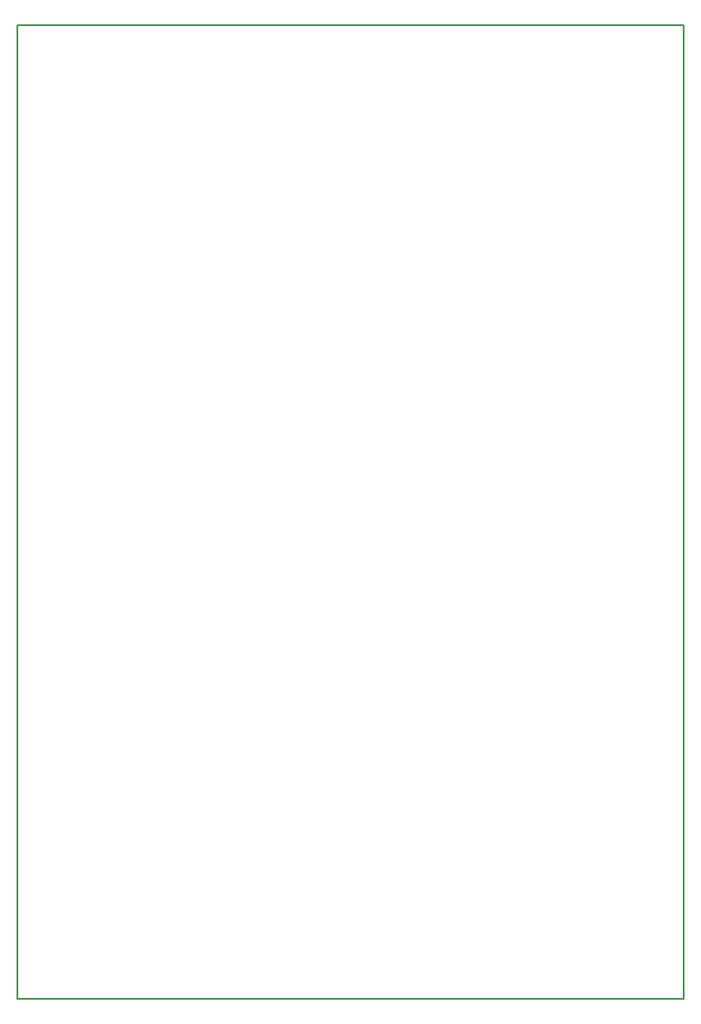
<source format=gko>
G04 Layer_Color=16711935*
%FSLAX24Y24*%
%MOIN*%
G70*
G01*
G75*
%ADD10C,0.0079*%
D10*
X63583Y11811D02*
Y49213D01*
X37992D02*
X63583D01*
X37992Y11811D02*
Y49213D01*
Y11811D02*
X63583D01*
M02*

</source>
